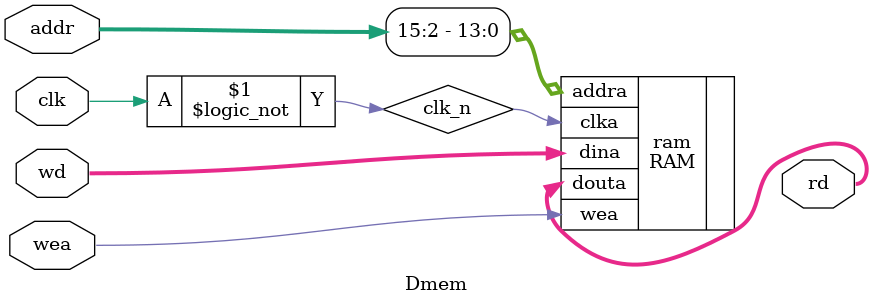
<source format=v>
`timescale 1ns / 1ps


module Dmem (
    clk,
    addr,
    wea,  // write_enable
    wd,   // write_data
    rd    // read_data
);

  input clk;
  input [31:0] addr;
  input wea;
  input [31:0] wd;
  output [31:0] rd;


  wire clk_n;
  assign clk_n = !clk;

  RAM ram (
      .addra(addr[15:2]),
      .clka (clk_n),
      .wea  (wea),
      .dina (wd),
      .douta(rd)
  );

endmodule


</source>
